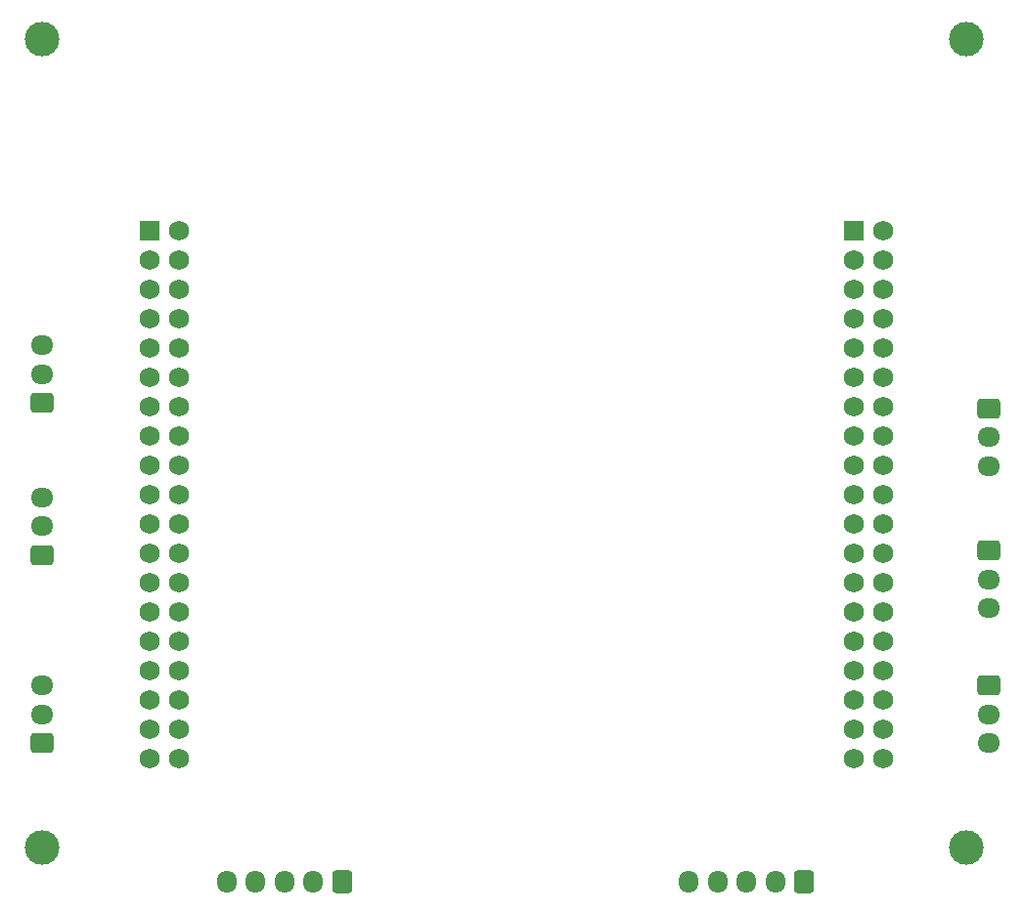
<source format=gbr>
%TF.GenerationSoftware,KiCad,Pcbnew,7.0.1*%
%TF.CreationDate,2024-03-29T14:38:25+01:00*%
%TF.ProjectId,nucleo_expansion,6e75636c-656f-45f6-9578-70616e73696f,Cyril*%
%TF.SameCoordinates,Original*%
%TF.FileFunction,Soldermask,Top*%
%TF.FilePolarity,Negative*%
%FSLAX46Y46*%
G04 Gerber Fmt 4.6, Leading zero omitted, Abs format (unit mm)*
G04 Created by KiCad (PCBNEW 7.0.1) date 2024-03-29 14:38:25*
%MOMM*%
%LPD*%
G01*
G04 APERTURE LIST*
G04 Aperture macros list*
%AMRoundRect*
0 Rectangle with rounded corners*
0 $1 Rounding radius*
0 $2 $3 $4 $5 $6 $7 $8 $9 X,Y pos of 4 corners*
0 Add a 4 corners polygon primitive as box body*
4,1,4,$2,$3,$4,$5,$6,$7,$8,$9,$2,$3,0*
0 Add four circle primitives for the rounded corners*
1,1,$1+$1,$2,$3*
1,1,$1+$1,$4,$5*
1,1,$1+$1,$6,$7*
1,1,$1+$1,$8,$9*
0 Add four rect primitives between the rounded corners*
20,1,$1+$1,$2,$3,$4,$5,0*
20,1,$1+$1,$4,$5,$6,$7,0*
20,1,$1+$1,$6,$7,$8,$9,0*
20,1,$1+$1,$8,$9,$2,$3,0*%
G04 Aperture macros list end*
%ADD10C,3.000000*%
%ADD11RoundRect,0.250000X0.600000X0.725000X-0.600000X0.725000X-0.600000X-0.725000X0.600000X-0.725000X0*%
%ADD12O,1.700000X1.950000*%
%ADD13RoundRect,0.250000X0.725000X-0.600000X0.725000X0.600000X-0.725000X0.600000X-0.725000X-0.600000X0*%
%ADD14O,1.950000X1.700000*%
%ADD15RoundRect,0.250000X-0.725000X0.600000X-0.725000X-0.600000X0.725000X-0.600000X0.725000X0.600000X0*%
%ADD16RoundRect,0.102000X-0.765000X-0.765000X0.765000X-0.765000X0.765000X0.765000X-0.765000X0.765000X0*%
%ADD17C,1.734000*%
G04 APERTURE END LIST*
D10*
%TO.C,H4*%
X170000000Y-130000000D03*
%TD*%
%TO.C,H3*%
X90000000Y-130000000D03*
%TD*%
%TO.C,H2*%
X170000000Y-60000000D03*
%TD*%
%TO.C,H1*%
X90000000Y-60000000D03*
%TD*%
D11*
%TO.C,J1*%
X156000000Y-133000000D03*
D12*
X153500000Y-133000000D03*
X151000000Y-133000000D03*
X148500000Y-133000000D03*
X146000000Y-133000000D03*
%TD*%
D13*
%TO.C,J5*%
X90000000Y-104700000D03*
D14*
X90000000Y-102200000D03*
X90000000Y-99700000D03*
%TD*%
D11*
%TO.C,J2*%
X116000000Y-133000000D03*
D12*
X113500000Y-133000000D03*
X111000000Y-133000000D03*
X108500000Y-133000000D03*
X106000000Y-133000000D03*
%TD*%
D15*
%TO.C,J8*%
X172000000Y-116000000D03*
D14*
X172000000Y-118500000D03*
X172000000Y-121000000D03*
%TD*%
D15*
%TO.C,J7*%
X172000000Y-104300000D03*
D14*
X172000000Y-106800000D03*
X172000000Y-109300000D03*
%TD*%
D13*
%TO.C,J6*%
X90000000Y-121000000D03*
D14*
X90000000Y-118500000D03*
X90000000Y-116000000D03*
%TD*%
D16*
%TO.C,U1*%
X99350000Y-76590000D03*
D17*
X101890000Y-76590000D03*
X99350000Y-79130000D03*
X101890000Y-79130000D03*
X99350000Y-81670000D03*
X101890000Y-81670000D03*
X99350000Y-84210000D03*
X101890000Y-84210000D03*
X99350000Y-86750000D03*
X101890000Y-86750000D03*
X99350000Y-89290000D03*
X101890000Y-89290000D03*
X99350000Y-91830000D03*
X101890000Y-91830000D03*
X99350000Y-94370000D03*
X101890000Y-94370000D03*
X99350000Y-96910000D03*
X101890000Y-96910000D03*
X99350000Y-99450000D03*
X101890000Y-99450000D03*
X99350000Y-101990000D03*
X101890000Y-101990000D03*
X99350000Y-104530000D03*
X101890000Y-104530000D03*
X99350000Y-107070000D03*
X101890000Y-107070000D03*
X99350000Y-109610000D03*
X101890000Y-109610000D03*
X99350000Y-112150000D03*
X101890000Y-112150000D03*
X99350000Y-114690000D03*
X101890000Y-114690000D03*
X99350000Y-117230000D03*
X101890000Y-117230000D03*
X99350000Y-119770000D03*
X101890000Y-119770000D03*
X99350000Y-122310000D03*
X101890000Y-122310000D03*
D16*
X160310000Y-76590000D03*
D17*
X162850000Y-76590000D03*
X160310000Y-79130000D03*
X162850000Y-79130000D03*
X160310000Y-81670000D03*
X162850000Y-81670000D03*
X160310000Y-84210000D03*
X162850000Y-84210000D03*
X160310000Y-86750000D03*
X162850000Y-86750000D03*
X160310000Y-89290000D03*
X162850000Y-89290000D03*
X160310000Y-91830000D03*
X162850000Y-91830000D03*
X160310000Y-94370000D03*
X162850000Y-94370000D03*
X160310000Y-96910000D03*
X162850000Y-96910000D03*
X160310000Y-99450000D03*
X162850000Y-99450000D03*
X160310000Y-101990000D03*
X162850000Y-101990000D03*
X160310000Y-104530000D03*
X162850000Y-104530000D03*
X160310000Y-107070000D03*
X162850000Y-107070000D03*
X160310000Y-109610000D03*
X162850000Y-109610000D03*
X160310000Y-112150000D03*
X162850000Y-112150000D03*
X160310000Y-114690000D03*
X162850000Y-114690000D03*
X160310000Y-117230000D03*
X162850000Y-117230000D03*
X160310000Y-119770000D03*
X162850000Y-119770000D03*
X160310000Y-122310000D03*
X162850000Y-122310000D03*
%TD*%
D15*
%TO.C,J3*%
X172000000Y-92000000D03*
D14*
X172000000Y-94500000D03*
X172000000Y-97000000D03*
%TD*%
D13*
%TO.C,J4*%
X90000000Y-91500000D03*
D14*
X90000000Y-89000000D03*
X90000000Y-86500000D03*
%TD*%
M02*

</source>
